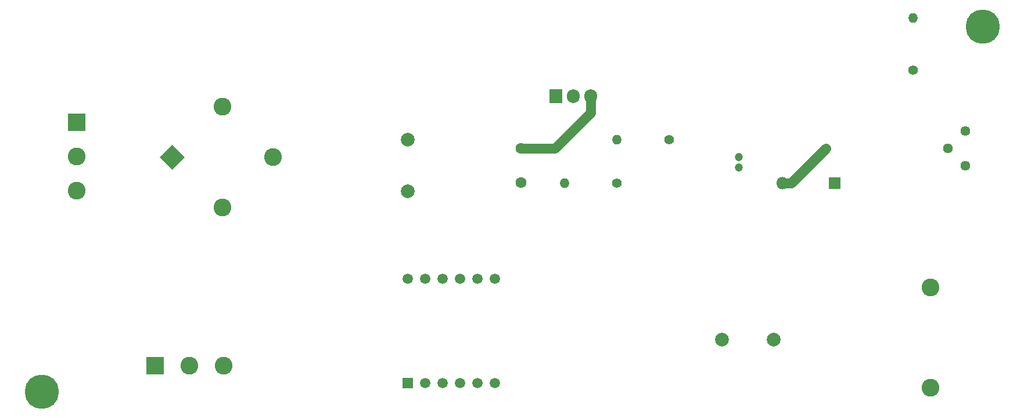
<source format=gbl>
%TF.GenerationSoftware,KiCad,Pcbnew,(5.1.10)-1*%
%TF.CreationDate,2021-12-30T01:37:01+05:30*%
%TF.ProjectId,New,4e65772e-6b69-4636-9164-5f7063625858,Final*%
%TF.SameCoordinates,Original*%
%TF.FileFunction,Copper,L2,Bot*%
%TF.FilePolarity,Positive*%
%FSLAX46Y46*%
G04 Gerber Fmt 4.6, Leading zero omitted, Abs format (unit mm)*
G04 Created by KiCad (PCBNEW (5.1.10)-1) date 2021-12-30 01:37:01*
%MOMM*%
%LPD*%
G01*
G04 APERTURE LIST*
%TA.AperFunction,ComponentPad*%
%ADD10C,1.440000*%
%TD*%
%TA.AperFunction,ComponentPad*%
%ADD11C,2.600000*%
%TD*%
%TA.AperFunction,ComponentPad*%
%ADD12R,2.600000X2.600000*%
%TD*%
%TA.AperFunction,ComponentPad*%
%ADD13C,5.000000*%
%TD*%
%TA.AperFunction,ComponentPad*%
%ADD14C,1.500000*%
%TD*%
%TA.AperFunction,ComponentPad*%
%ADD15R,1.500000X1.500000*%
%TD*%
%TA.AperFunction,ComponentPad*%
%ADD16C,2.000000*%
%TD*%
%TA.AperFunction,ComponentPad*%
%ADD17O,1.400000X1.400000*%
%TD*%
%TA.AperFunction,ComponentPad*%
%ADD18C,1.400000*%
%TD*%
%TA.AperFunction,ComponentPad*%
%ADD19C,1.200000*%
%TD*%
%TA.AperFunction,ComponentPad*%
%ADD20O,1.905000X2.000000*%
%TD*%
%TA.AperFunction,ComponentPad*%
%ADD21R,1.905000X2.000000*%
%TD*%
%TA.AperFunction,ComponentPad*%
%ADD22O,1.800000X1.800000*%
%TD*%
%TA.AperFunction,ComponentPad*%
%ADD23R,1.800000X1.800000*%
%TD*%
%TA.AperFunction,ComponentPad*%
%ADD24C,0.100000*%
%TD*%
%TA.AperFunction,ComponentPad*%
%ADD25C,1.600000*%
%TD*%
%TA.AperFunction,ViaPad*%
%ADD26C,0.800000*%
%TD*%
%TA.AperFunction,Conductor*%
%ADD27C,1.400000*%
%TD*%
G04 APERTURE END LIST*
D10*
%TO.P,RV1,3*%
%TO.N,Net-(R3-Pad1)*%
X209550000Y-83820000D03*
%TO.P,RV1,2*%
%TO.N,Net-(RV1-Pad2)*%
X207010000Y-86360000D03*
%TO.P,RV1,1*%
%TO.N,Net-(D2-Pad1)*%
X209550000Y-88900000D03*
%TD*%
D11*
%TO.P,J2,3*%
%TO.N,GND*%
X101440000Y-118110000D03*
%TO.P,J2,2*%
%TO.N,Net-(C4-Pad1)*%
X96440000Y-118110000D03*
D12*
%TO.P,J2,1*%
%TO.N,Net-(J2-Pad1)*%
X91440000Y-118110000D03*
%TD*%
D11*
%TO.P,J1,3*%
%TO.N,Net-(D1-Pad2)*%
X80010000Y-92550000D03*
%TO.P,J1,2*%
%TO.N,Net-(J1-Pad2)*%
X80010000Y-87550000D03*
D12*
%TO.P,J1,1*%
%TO.N,Net-(D1-Pad4)*%
X80010000Y-82550000D03*
%TD*%
D13*
%TO.P,H2,1*%
%TO.N,Net-(C4-Pad1)*%
X74930000Y-121920000D03*
%TD*%
%TO.P,H1,1*%
%TO.N,GND*%
X212090000Y-68580000D03*
%TD*%
D14*
%TO.P,MES1,12*%
%TO.N,N/C*%
X128270000Y-105410000D03*
%TO.P,MES1,11*%
X130810000Y-105410000D03*
%TO.P,MES1,10*%
X133350000Y-105410000D03*
%TO.P,MES1,9*%
X135890000Y-105410000D03*
%TO.P,MES1,8*%
X138430000Y-105410000D03*
%TO.P,MES1,7*%
X140970000Y-105410000D03*
%TO.P,MES1,6*%
X140970000Y-120650000D03*
%TO.P,MES1,5*%
X138430000Y-120650000D03*
%TO.P,MES1,4*%
X135890000Y-120650000D03*
%TO.P,MES1,3*%
X133350000Y-120650000D03*
%TO.P,MES1,2*%
%TO.N,Net-(C4-Pad1)*%
X130810000Y-120650000D03*
D15*
%TO.P,MES1,1*%
%TO.N,GND*%
X128270000Y-120650000D03*
%TD*%
D16*
%TO.P,C4,2*%
%TO.N,GND*%
X174110000Y-114300000D03*
%TO.P,C4,1*%
%TO.N,Net-(C4-Pad1)*%
X181610000Y-114300000D03*
%TD*%
D17*
%TO.P,R3,2*%
%TO.N,GND*%
X201930000Y-67310000D03*
D18*
%TO.P,R3,1*%
%TO.N,Net-(R3-Pad1)*%
X201930000Y-74930000D03*
%TD*%
D19*
%TO.P,C3,2*%
%TO.N,GND*%
X176530000Y-89130000D03*
%TO.P,C3,1*%
%TO.N,Net-(C3-Pad1)*%
X176530000Y-87630000D03*
%TD*%
D17*
%TO.P,R1,2*%
%TO.N,Net-(R1-Pad2)*%
X158750000Y-85090000D03*
D18*
%TO.P,R1,1*%
%TO.N,Net-(C3-Pad1)*%
X166370000Y-85090000D03*
%TD*%
D20*
%TO.P,U1,3*%
%TO.N,Net-(C1-Pad1)*%
X154940000Y-78740000D03*
%TO.P,U1,2*%
%TO.N,Net-(C3-Pad1)*%
X152400000Y-78740000D03*
D21*
%TO.P,U1,1*%
%TO.N,Net-(R1-Pad2)*%
X149860000Y-78740000D03*
%TD*%
D17*
%TO.P,R2,2*%
%TO.N,GND*%
X151130000Y-91440000D03*
D18*
%TO.P,R2,1*%
%TO.N,Net-(R1-Pad2)*%
X158750000Y-91440000D03*
%TD*%
D11*
%TO.P,L1,2*%
%TO.N,Net-(C4-Pad1)*%
X204470000Y-121290000D03*
%TO.P,L1,1*%
%TO.N,Net-(D2-Pad1)*%
X204470000Y-106680000D03*
%TD*%
D22*
%TO.P,D2,2*%
%TO.N,GND*%
X182880000Y-91440000D03*
D23*
%TO.P,D2,1*%
%TO.N,Net-(D2-Pad1)*%
X190500000Y-91440000D03*
%TD*%
D11*
%TO.P,D1,2*%
%TO.N,Net-(D1-Pad2)*%
X101333911Y-94983911D03*
%TA.AperFunction,ComponentPad*%
D24*
%TO.P,D1,1*%
%TO.N,GND*%
G36*
X93980000Y-89468478D02*
G01*
X92141522Y-87630000D01*
X93980000Y-85791522D01*
X95818478Y-87630000D01*
X93980000Y-89468478D01*
G37*
%TD.AperFunction*%
D11*
%TO.P,D1,4*%
%TO.N,Net-(D1-Pad4)*%
X101333911Y-80276089D03*
%TO.P,D1,3*%
%TO.N,Net-(C1-Pad1)*%
X108687821Y-87630000D03*
%TD*%
D25*
%TO.P,C2,2*%
%TO.N,GND*%
X144780000Y-91360000D03*
%TO.P,C2,1*%
%TO.N,Net-(C1-Pad1)*%
X144780000Y-86360000D03*
%TD*%
D16*
%TO.P,C1,2*%
%TO.N,GND*%
X128270000Y-92590000D03*
%TO.P,C1,1*%
%TO.N,Net-(C1-Pad1)*%
X128270000Y-85090000D03*
%TD*%
D26*
%TO.N,GND*%
X189230000Y-86360000D03*
%TD*%
D27*
%TO.N,GND*%
X189230000Y-86360000D02*
X184150000Y-91440000D01*
X184150000Y-91440000D02*
X182880000Y-91440000D01*
%TO.N,Net-(C1-Pad1)*%
X154940000Y-81140000D02*
X154940000Y-78740000D01*
X149720000Y-86360000D02*
X154940000Y-81140000D01*
X144780000Y-86360000D02*
X149720000Y-86360000D01*
%TD*%
M02*

</source>
